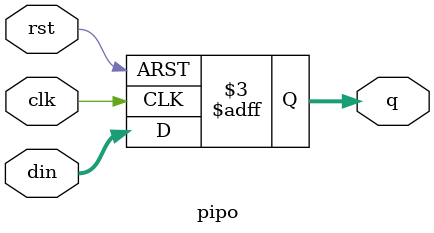
<source format=v>
`timescale 1ns / 1ps

module FIR(
input [3:0] x,
input clk,rst,
output [9:0] q
);
parameter h0=4'b0001;
parameter h1=4'b0010;
parameter h2=4'b0011;
parameter h3=4'b0100;
wire [3:0]w0,w1,w2,w3;
wire [7:0]w4,w5,w6,w7;
wire [9:0]w8,w9;
pipo d1(x,clk,rst,w0);
pipo d2(w0,clk,rst,w1);
pipo d3(w1,clk,rst,w2);
pipo d4(w2,clk,rst,w3);
assign w4=h0*w0;
assign w5=h1*w1;
assign w6=h2*w2;
assign w7=h3*w3;
assign w8=w4+w5;
assign w9=w6+w8;
assign q=w9+w7;
endmodule
module pipo(
input[3:0] din,
input clk,rst,
output reg [3:0] q);
always @ (posedge clk or negedge rst)
if (!rst)
q <= 4'b0000;
else
q <= din;
endmodule
</source>
